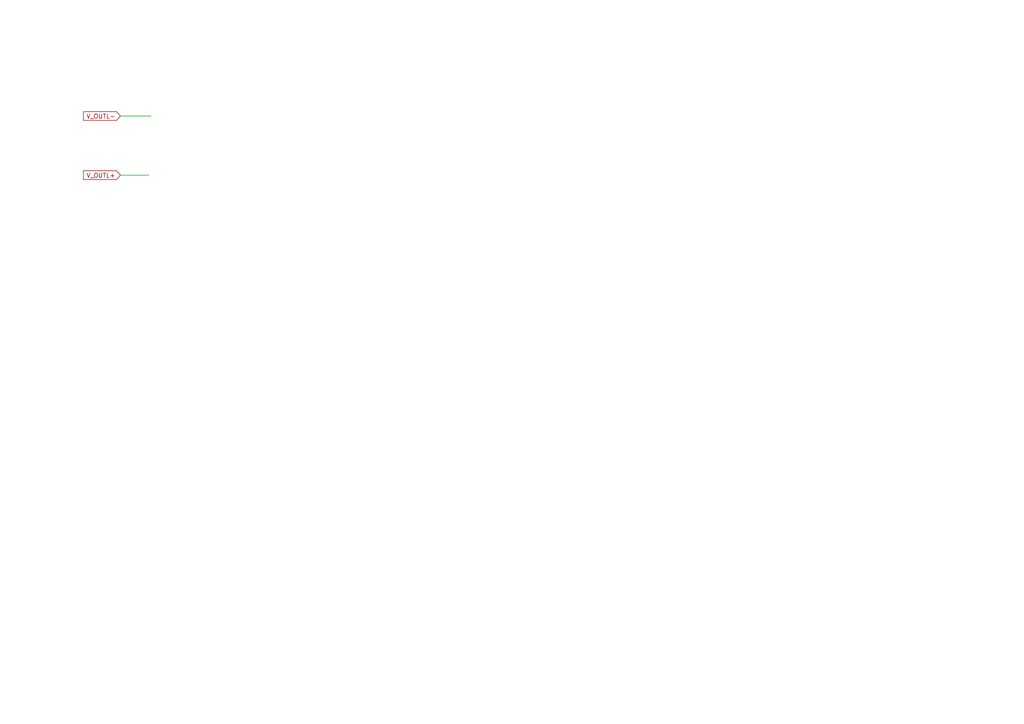
<source format=kicad_sch>
(kicad_sch (version 20210621) (generator eeschema)
  (paper "A4")
  (lib_symbols)
  (wire (pts (xy 43.18 50.8) (xy 34.925 50.8)))
  (wire (pts (xy 43.815 33.655) (xy 34.925 33.655)))
  (global_label "V_OUTL-" (shape input) (at 34.925 33.655 180) (property "Intersheet References" "${INTERSHEET_REFS}" (effects hide)))
  (global_label "V_OUTL+" (shape input) (at 34.925 50.8 180) (property "Intersheet References" "${INTERSHEET_REFS}" (effects hide)))
)
</source>
